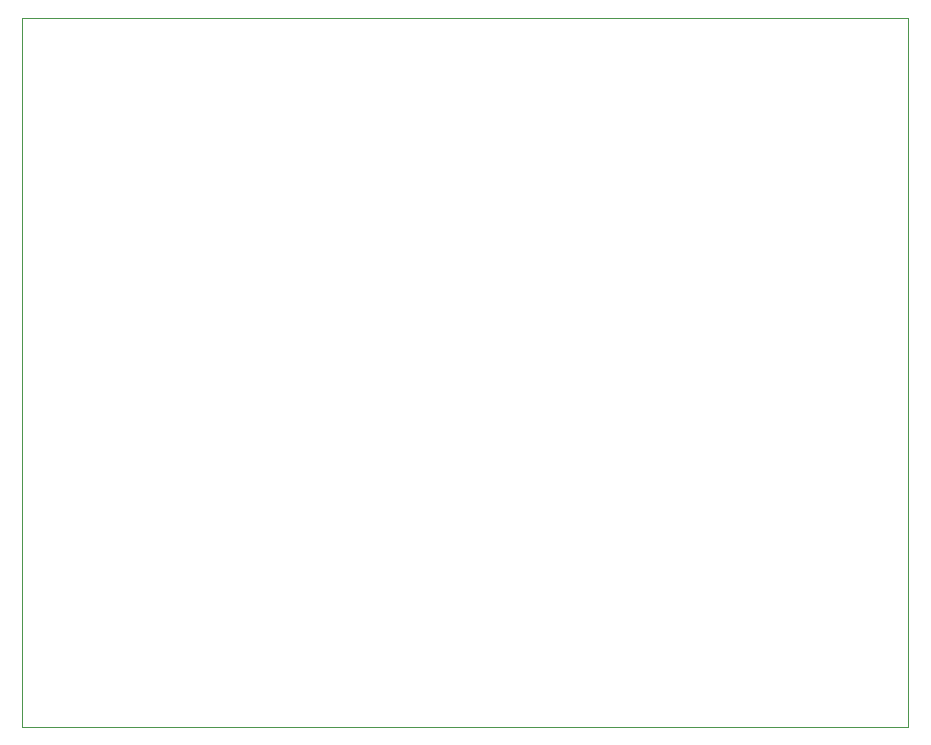
<source format=gbr>
G04 #@! TF.GenerationSoftware,KiCad,Pcbnew,(5.1.5)-3*
G04 #@! TF.CreationDate,2021-12-10T20:30:37-03:00*
G04 #@! TF.ProjectId,remoto,72656d6f-746f-42e6-9b69-6361645f7063,rev?*
G04 #@! TF.SameCoordinates,Original*
G04 #@! TF.FileFunction,Profile,NP*
%FSLAX46Y46*%
G04 Gerber Fmt 4.6, Leading zero omitted, Abs format (unit mm)*
G04 Created by KiCad (PCBNEW (5.1.5)-3) date 2021-12-10 20:30:37*
%MOMM*%
%LPD*%
G04 APERTURE LIST*
%ADD10C,0.050000*%
G04 APERTURE END LIST*
D10*
X25000000Y-25000000D02*
X25000000Y-85000000D01*
X25000000Y-85000000D02*
X100000000Y-85000000D01*
X100000000Y-25000000D02*
X100000000Y-85000000D01*
X25000000Y-25000000D02*
X100000000Y-25000000D01*
M02*

</source>
